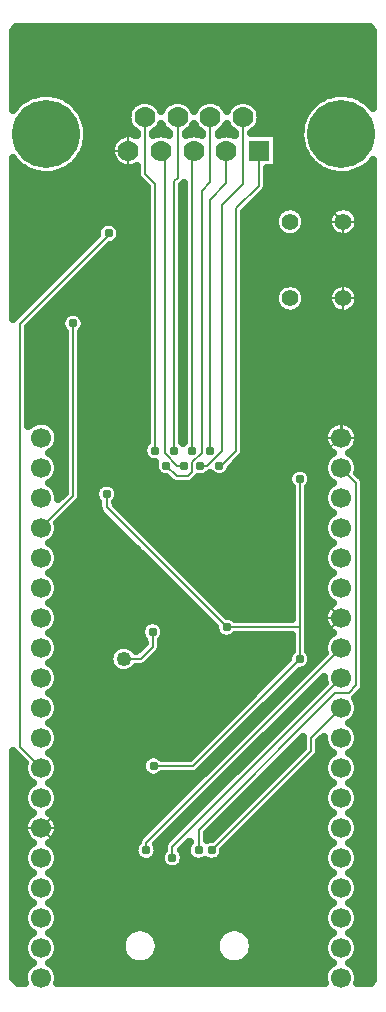
<source format=gbr>
G04 DipTrace 3.3.1.3*
G04 Bottom.gbr*
%MOIN*%
G04 #@! TF.FileFunction,Copper,L2,Bot*
G04 #@! TF.Part,Single*
G04 #@! TA.AperFunction,CopperBalancing*
%ADD13C,0.007874*%
%ADD14C,0.025*%
G04 #@! TA.AperFunction,ComponentPad*
%ADD18R,0.07X0.07*%
%ADD19C,0.07*%
%ADD20C,0.22626*%
%ADD21C,0.055118*%
%ADD26C,0.049213*%
G04 #@! TA.AperFunction,ComponentPad*
%ADD29C,0.066929*%
G04 #@! TA.AperFunction,ViaPad*
%ADD34C,0.031*%
%FSLAX26Y26*%
G04*
G70*
G90*
G75*
G01*
G04 Bottom*
%LPD*%
X893702Y1149951D2*
D13*
X1024953D1*
X1381202Y1506200D1*
Y1612451D1*
Y2106200D1*
X1137453Y1612451D2*
X1381202D1*
X737453Y2056200D2*
Y2012451D1*
X1137453Y1612451D1*
X961357Y2200804D2*
Y3098855D1*
X973729Y3111226D1*
Y3312277D1*
X1112453Y2151229D2*
X1119982D1*
X1168628Y2199875D1*
Y3008973D1*
X1243702Y3084048D1*
Y3200283D1*
X1245736D1*
X1191734Y3312277D2*
Y3088501D1*
X1121891Y3018658D1*
Y2200552D1*
X1072568Y2151229D1*
X1049953D1*
X993702D2*
X972135D1*
X931202Y2192162D1*
Y3200283D1*
X918729D1*
X1518702Y2243700D2*
X1514024D1*
X1462452Y2192128D1*
Y1699951D1*
X1518702Y1643700D1*
X1099953Y799949D2*
X662453D1*
X518702Y943700D1*
X809726Y3200283D2*
Y3373941D1*
X840969Y3405184D1*
X1294156D1*
X1342544Y3356797D1*
Y3147880D1*
X1526036Y2964388D1*
Y2708482D1*
Y2498108D1*
X1521187Y2493259D1*
Y2246184D1*
X1518702Y2243700D1*
Y1643700D2*
Y1642330D1*
X1435079Y1558707D1*
Y1504183D1*
X953449Y1022553D1*
X597555D1*
X518702Y943700D1*
X743702Y2924951D2*
Y2919533D1*
X448751Y2624582D1*
Y1213651D1*
X518702Y1143700D1*
X956202Y843700D2*
Y881200D1*
X1518702Y1443700D1*
X868702Y868700D2*
Y893700D1*
X1518702Y1543700D1*
X1043702Y868700D2*
Y937449D1*
X1499953Y1393700D1*
X1543702D1*
X1568702Y1418700D1*
Y2093700D1*
X1518702Y2143700D1*
X518702Y1943700D2*
X624952Y2049949D1*
Y2624949D1*
X1087453Y868700D2*
X1418702Y1199949D1*
Y1243700D1*
X1518702Y1343700D1*
X794196Y1506776D2*
X850528D1*
X890956Y1547204D1*
Y1596763D1*
X897617Y2201229D2*
Y3089785D1*
X864726Y3122676D1*
Y3312277D1*
X1082731D2*
Y3095050D1*
X1053822Y3066141D1*
Y2193553D1*
X1022719Y2162451D1*
Y2131350D1*
X1007516Y2116146D1*
X970412D1*
X935330Y2151229D1*
X1081202Y2201229D2*
Y3038029D1*
X1136734Y3093561D1*
Y3200283D1*
X1021879Y2201229D2*
Y3194431D1*
X1027731Y3200283D1*
D34*
X897617Y2201229D3*
X935330Y2151229D3*
X961357Y2200804D3*
X993702Y2151229D3*
X1021879Y2201229D3*
X1049953Y2151229D3*
X1081202Y2201229D3*
X1112453Y2151229D3*
X890956Y1596763D3*
X1087453Y868700D3*
X1043702D3*
X956202Y843700D3*
X893702Y1149951D3*
X868702Y868700D3*
X1381202Y1506200D3*
Y2106200D3*
X1137453Y1612451D3*
X737453Y2056200D3*
X1099953Y799949D3*
X743702Y2924951D3*
X624952Y2624949D3*
X427471Y3587582D2*
D14*
X1622438D1*
X427471Y3562713D2*
X1622438D1*
X427471Y3537844D2*
X1622438D1*
X427471Y3512976D2*
X1622438D1*
X427471Y3488107D2*
X1622438D1*
X427471Y3463238D2*
X1622438D1*
X427471Y3438369D2*
X1622438D1*
X427471Y3413501D2*
X1622438D1*
X427471Y3388632D2*
X499299D1*
X572156D2*
X1483315D1*
X1556172D2*
X1622438D1*
X427471Y3363763D2*
X448882D1*
X622573D2*
X834457D1*
X895006D2*
X943438D1*
X1004022D2*
X1052454D1*
X1113002D2*
X1161470D1*
X1222019D2*
X1432898D1*
X1606589D2*
X1622438D1*
X647046Y3338894D2*
X810128D1*
X1246312D2*
X1408425D1*
X662046Y3314025D2*
X803740D1*
X1252700D2*
X1393425D1*
X670837Y3289157D2*
X808477D1*
X1247963D2*
X1384634D1*
X674605Y3264288D2*
X828788D1*
X900676D2*
X937768D1*
X1009692D2*
X1046784D1*
X1118672D2*
X1155764D1*
X1227688D2*
X1380830D1*
X673816Y3239419D2*
X763730D1*
X1306741D2*
X1381655D1*
X668326Y3214550D2*
X750488D1*
X1306741D2*
X1387145D1*
X657524Y3189682D2*
X749699D1*
X1306741D2*
X1397947D1*
X639726Y3164813D2*
X760715D1*
X1306741D2*
X1415745D1*
X427471Y3139944D2*
X461585D1*
X609870D2*
X834780D1*
X1273656D2*
X1445601D1*
X1593886D2*
X1622438D1*
X427471Y3115075D2*
X835857D1*
X1273656D2*
X1622438D1*
X427471Y3090207D2*
X855880D1*
X1273656D2*
X1622438D1*
X427471Y3065338D2*
X867686D1*
X1266264D2*
X1622438D1*
X427471Y3040469D2*
X867686D1*
X1241432D2*
X1622438D1*
X427471Y3015600D2*
X867686D1*
X1216564D2*
X1520132D1*
X1532148D2*
X1622438D1*
X427471Y2990731D2*
X867686D1*
X1198550D2*
X1302638D1*
X1395124D2*
X1479798D1*
X1572284D2*
X1622438D1*
X427471Y2965863D2*
X867686D1*
X1198550D2*
X1295318D1*
X1402408D2*
X1472514D1*
X1579569D2*
X1622438D1*
X427471Y2940994D2*
X705669D1*
X781755D2*
X867686D1*
X1198550D2*
X1300988D1*
X1396739D2*
X1478148D1*
X1573935D2*
X1622438D1*
X427471Y2916125D2*
X698994D1*
X784196D2*
X867686D1*
X1198550D2*
X1329695D1*
X1368031D2*
X1506102D1*
X1546196D2*
X1622438D1*
X427471Y2891256D2*
X674127D1*
X765859D2*
X867686D1*
X1198550D2*
X1622438D1*
X427471Y2866388D2*
X649259D1*
X731841D2*
X867686D1*
X1198550D2*
X1622438D1*
X427471Y2841519D2*
X624391D1*
X706973D2*
X867686D1*
X1198550D2*
X1622438D1*
X427471Y2816650D2*
X599523D1*
X682105D2*
X867686D1*
X1198550D2*
X1622438D1*
X427471Y2791781D2*
X574656D1*
X657237D2*
X867686D1*
X1198550D2*
X1622438D1*
X427471Y2766913D2*
X549788D1*
X632370D2*
X867686D1*
X1198550D2*
X1622438D1*
X427471Y2742044D2*
X524920D1*
X607502D2*
X867686D1*
X1198550D2*
X1307877D1*
X1389849D2*
X1485073D1*
X1567009D2*
X1622438D1*
X427471Y2717175D2*
X500053D1*
X582634D2*
X867686D1*
X1198550D2*
X1296071D1*
X1401691D2*
X1473232D1*
X1578851D2*
X1622438D1*
X427471Y2692306D2*
X475185D1*
X557766D2*
X867686D1*
X1198550D2*
X1297937D1*
X1399789D2*
X1475098D1*
X1576949D2*
X1622438D1*
X427471Y2667438D2*
X450317D1*
X532899D2*
X867686D1*
X1198550D2*
X1315987D1*
X1381739D2*
X1493147D1*
X1558971D2*
X1622438D1*
X508031Y2642569D2*
X587646D1*
X662261D2*
X867686D1*
X1198550D2*
X1622438D1*
X483163Y2617700D2*
X584129D1*
X665778D2*
X867686D1*
X1198550D2*
X1622438D1*
X478678Y2592831D2*
X595002D1*
X654905D2*
X867686D1*
X1198550D2*
X1622438D1*
X478678Y2567962D2*
X595002D1*
X654905D2*
X867686D1*
X1198550D2*
X1622438D1*
X478678Y2543094D2*
X595002D1*
X654905D2*
X867686D1*
X1198550D2*
X1622438D1*
X478678Y2518225D2*
X595002D1*
X654905D2*
X867686D1*
X1198550D2*
X1622438D1*
X478678Y2493356D2*
X595002D1*
X654905D2*
X867686D1*
X1198550D2*
X1622438D1*
X478678Y2468487D2*
X595002D1*
X654905D2*
X867686D1*
X1198550D2*
X1622438D1*
X478678Y2443619D2*
X595002D1*
X654905D2*
X867686D1*
X1198550D2*
X1622438D1*
X478678Y2418750D2*
X595002D1*
X654905D2*
X867686D1*
X1198550D2*
X1622438D1*
X478678Y2393881D2*
X595002D1*
X654905D2*
X867686D1*
X1198550D2*
X1622438D1*
X478678Y2369012D2*
X595002D1*
X654905D2*
X867686D1*
X1198550D2*
X1622438D1*
X478678Y2344144D2*
X595002D1*
X654905D2*
X867686D1*
X1198550D2*
X1622438D1*
X478678Y2319275D2*
X595002D1*
X654905D2*
X867686D1*
X1198550D2*
X1622438D1*
X478678Y2294406D2*
X490256D1*
X547145D2*
X595002D1*
X654905D2*
X867686D1*
X1198550D2*
X1490241D1*
X1547165D2*
X1622438D1*
X571977Y2269537D2*
X595002D1*
X654905D2*
X867686D1*
X1198550D2*
X1465445D1*
X1571961D2*
X1622438D1*
X578149Y2244669D2*
X595002D1*
X654905D2*
X867686D1*
X1198550D2*
X1459237D1*
X1578169D2*
X1622438D1*
X572910Y2219800D2*
X595002D1*
X654905D2*
X860832D1*
X1198550D2*
X1464512D1*
X1572894D2*
X1622438D1*
X550625Y2194931D2*
X595002D1*
X654905D2*
X856634D1*
X1198120D2*
X1486760D1*
X1550646D2*
X1622438D1*
X571689Y2170062D2*
X595002D1*
X654905D2*
X871669D1*
X1180106D2*
X1465696D1*
X1571710D2*
X1622438D1*
X578149Y2145193D2*
X595002D1*
X654905D2*
X894312D1*
X1155238D2*
X1459273D1*
X1578133D2*
X1622438D1*
X573161Y2120325D2*
X595002D1*
X654905D2*
X909025D1*
X1076257D2*
X1086149D1*
X1138731D2*
X1342362D1*
X1420063D2*
X1464261D1*
X1583372D2*
X1622438D1*
X551487Y2095456D2*
X595002D1*
X654905D2*
X949897D1*
X1028029D2*
X1341214D1*
X1421176D2*
X1485899D1*
X1598587D2*
X1622438D1*
X571438Y2070587D2*
X595002D1*
X654905D2*
X698707D1*
X776193D2*
X1351261D1*
X1411128D2*
X1465983D1*
X1598623D2*
X1622438D1*
X654546Y2045718D2*
X697380D1*
X777521D2*
X1351261D1*
X1411128D2*
X1459273D1*
X1598623D2*
X1622438D1*
X637142Y2020850D2*
X707499D1*
X770344D2*
X1351261D1*
X1411128D2*
X1464009D1*
X1598623D2*
X1622438D1*
X612274Y1995981D2*
X713025D1*
X795212D2*
X1351261D1*
X1411128D2*
X1485109D1*
X1598623D2*
X1622438D1*
X587407Y1971112D2*
X737498D1*
X820080D2*
X1351261D1*
X1411128D2*
X1466270D1*
X1598623D2*
X1622438D1*
X578113Y1946243D2*
X762366D1*
X844948D2*
X1351261D1*
X1411128D2*
X1459309D1*
X1598623D2*
X1622438D1*
X573627Y1921375D2*
X787234D1*
X869815D2*
X1351261D1*
X1411128D2*
X1463794D1*
X1598623D2*
X1622438D1*
X553101Y1896506D2*
X812101D1*
X894683D2*
X1351261D1*
X1411128D2*
X1484284D1*
X1598623D2*
X1622438D1*
X570828Y1871637D2*
X836969D1*
X919551D2*
X1351261D1*
X1411128D2*
X1466557D1*
X1598623D2*
X1622438D1*
X578077Y1846768D2*
X861837D1*
X944454D2*
X1351261D1*
X1411128D2*
X1459309D1*
X1598623D2*
X1622438D1*
X573843Y1821899D2*
X886705D1*
X969322D2*
X1351261D1*
X1411128D2*
X1463579D1*
X1598623D2*
X1622438D1*
X553855Y1797031D2*
X911572D1*
X994190D2*
X1351261D1*
X1411128D2*
X1483530D1*
X1598623D2*
X1622438D1*
X570541Y1772162D2*
X936440D1*
X1019058D2*
X1351261D1*
X1411128D2*
X1466844D1*
X1598623D2*
X1622438D1*
X578041Y1747293D2*
X961308D1*
X1043925D2*
X1351261D1*
X1411128D2*
X1459344D1*
X1598623D2*
X1622438D1*
X574058Y1722424D2*
X986176D1*
X1068793D2*
X1351261D1*
X1411128D2*
X1463363D1*
X1598623D2*
X1622438D1*
X554609Y1697556D2*
X1011043D1*
X1093661D2*
X1351261D1*
X1411128D2*
X1482813D1*
X1598623D2*
X1622438D1*
X570254Y1672687D2*
X1035911D1*
X1118529D2*
X1351261D1*
X1411128D2*
X1467167D1*
X1598623D2*
X1622438D1*
X578005Y1647818D2*
X1060779D1*
X1156386D2*
X1351261D1*
X1411128D2*
X1459380D1*
X1598623D2*
X1622438D1*
X574237Y1622949D2*
X859540D1*
X922350D2*
X1085647D1*
X1411128D2*
X1463148D1*
X1598623D2*
X1622438D1*
X555326Y1598081D2*
X849493D1*
X932433D2*
X1098708D1*
X1411128D2*
X1482095D1*
X1598623D2*
X1622438D1*
X569931Y1573212D2*
X857387D1*
X924539D2*
X1351261D1*
X1411128D2*
X1467490D1*
X1598623D2*
X1622438D1*
X577969Y1548343D2*
X767497D1*
X820905D2*
X850785D1*
X920878D2*
X1351261D1*
X1411128D2*
X1459416D1*
X1598623D2*
X1622438D1*
X574453Y1523474D2*
X746577D1*
X908534D2*
X1343726D1*
X1418664D2*
X1457191D1*
X1598623D2*
X1622438D1*
X556008Y1498606D2*
X744280D1*
X883667D2*
X1332314D1*
X1421965D2*
X1432296D1*
X1598623D2*
X1622438D1*
X569608Y1473737D2*
X756732D1*
X831670D2*
X1307447D1*
X1598623D2*
X1622438D1*
X577933Y1448868D2*
X1282579D1*
X1365161D2*
X1382552D1*
X1598623D2*
X1622438D1*
X574668Y1423999D2*
X1257711D1*
X1340293D2*
X1357685D1*
X1440302D2*
X1457694D1*
X1598623D2*
X1622438D1*
X556690Y1399130D2*
X1232843D1*
X1315425D2*
X1332817D1*
X1415434D2*
X1432826D1*
X1590442D2*
X1622438D1*
X569285Y1374262D2*
X1207976D1*
X1290557D2*
X1307949D1*
X1390567D2*
X1407958D1*
X1569270D2*
X1622438D1*
X577897Y1349393D2*
X1183108D1*
X1265690D2*
X1283081D1*
X1365699D2*
X1383091D1*
X1577882D2*
X1622438D1*
X574847Y1324524D2*
X1158240D1*
X1240822D2*
X1258214D1*
X1340831D2*
X1358223D1*
X1574832D2*
X1622438D1*
X557336Y1299655D2*
X1133373D1*
X1215954D2*
X1233346D1*
X1315963D2*
X1333355D1*
X1557320D2*
X1622438D1*
X568926Y1274787D2*
X1108505D1*
X1191086D2*
X1208478D1*
X1291096D2*
X1308487D1*
X1568947D2*
X1622438D1*
X577826Y1249918D2*
X1083601D1*
X1166219D2*
X1183610D1*
X1266228D2*
X1283620D1*
X1577810D2*
X1622438D1*
X575027Y1225049D2*
X1058733D1*
X1141351D2*
X1158743D1*
X1241360D2*
X1258752D1*
X1372589D2*
X1388760D1*
X1448627D2*
X1462395D1*
X1575011D2*
X1622438D1*
X557946Y1200180D2*
X1033866D1*
X1116483D2*
X1133875D1*
X1216492D2*
X1233884D1*
X1347721D2*
X1377636D1*
X1448627D2*
X1479440D1*
X1557966D2*
X1622438D1*
X427471Y1175312D2*
X445796D1*
X568603D2*
X861586D1*
X1091615D2*
X1109007D1*
X1191625D2*
X1209016D1*
X1322853D2*
X1352768D1*
X1435350D2*
X1468818D1*
X1568588D2*
X1622438D1*
X427471Y1150443D2*
X459647D1*
X577754D2*
X852220D1*
X1066748D2*
X1084139D1*
X1166757D2*
X1184149D1*
X1297985D2*
X1327901D1*
X1410482D2*
X1459632D1*
X1577774D2*
X1622438D1*
X427471Y1125574D2*
X462195D1*
X575206D2*
X860760D1*
X1040050D2*
X1059272D1*
X1141889D2*
X1159281D1*
X1273118D2*
X1303033D1*
X1385615D2*
X1462215D1*
X1575191D2*
X1622438D1*
X427471Y1100705D2*
X478845D1*
X558556D2*
X1034404D1*
X1117021D2*
X1134413D1*
X1248250D2*
X1278165D1*
X1360747D2*
X1478830D1*
X1558576D2*
X1622438D1*
X427471Y1075836D2*
X469156D1*
X568245D2*
X1009536D1*
X1092154D2*
X1109545D1*
X1223382D2*
X1253297D1*
X1335879D2*
X1469177D1*
X1568229D2*
X1622438D1*
X427471Y1050968D2*
X459719D1*
X577718D2*
X984668D1*
X1067286D2*
X1084678D1*
X1198514D2*
X1228430D1*
X1311011D2*
X1459703D1*
X1577703D2*
X1622438D1*
X427471Y1026099D2*
X462015D1*
X575386D2*
X959801D1*
X1042418D2*
X1059810D1*
X1173647D2*
X1203562D1*
X1286144D2*
X1462036D1*
X1575370D2*
X1622438D1*
X427471Y1001230D2*
X478235D1*
X559166D2*
X934933D1*
X1017550D2*
X1034942D1*
X1148779D2*
X1178694D1*
X1261276D2*
X1478255D1*
X1559150D2*
X1622438D1*
X427471Y976361D2*
X469515D1*
X567886D2*
X910065D1*
X992683D2*
X1010074D1*
X1123911D2*
X1153827D1*
X1236408D2*
X1469536D1*
X1567870D2*
X1622438D1*
X427471Y951493D2*
X459790D1*
X577646D2*
X885197D1*
X967779D2*
X985207D1*
X1099043D2*
X1128959D1*
X1211540D2*
X1459775D1*
X1577631D2*
X1622438D1*
X427471Y926624D2*
X461872D1*
X575565D2*
X860330D1*
X942911D2*
X960339D1*
X1074176D2*
X1104091D1*
X1186673D2*
X1461856D1*
X1575550D2*
X1622438D1*
X427471Y901755D2*
X477661D1*
X559740D2*
X839983D1*
X918044D2*
X935471D1*
X1161805D2*
X1477645D1*
X1559761D2*
X1622438D1*
X427471Y876886D2*
X469910D1*
X567491D2*
X828070D1*
X909324D2*
X926249D1*
X993185D2*
X1003077D1*
X1136937D2*
X1469894D1*
X1567512D2*
X1622438D1*
X427471Y852018D2*
X459862D1*
X577539D2*
X830941D1*
X906453D2*
X915617D1*
X996809D2*
X1005948D1*
X1125203D2*
X1459847D1*
X1577559D2*
X1622438D1*
X427471Y827149D2*
X461692D1*
X575708D2*
X918390D1*
X994010D2*
X1461713D1*
X1575693D2*
X1622438D1*
X427471Y802280D2*
X477087D1*
X560314D2*
X1477107D1*
X1560299D2*
X1622438D1*
X427471Y777411D2*
X470269D1*
X567132D2*
X1470289D1*
X1567117D2*
X1622438D1*
X427471Y752543D2*
X459934D1*
X577467D2*
X1459919D1*
X1577487D2*
X1622438D1*
X427471Y727674D2*
X461549D1*
X575852D2*
X1461533D1*
X1575873D2*
X1622438D1*
X427471Y702805D2*
X476548D1*
X560852D2*
X1476533D1*
X1560873D2*
X1622438D1*
X427471Y677936D2*
X470663D1*
X566737D2*
X1470684D1*
X1566722D2*
X1622438D1*
X427471Y653067D2*
X460006D1*
X577395D2*
X1460026D1*
X1577380D2*
X1622438D1*
X427471Y628199D2*
X461405D1*
X576031D2*
X1461390D1*
X1576016D2*
X1622438D1*
X427471Y603330D2*
X476010D1*
X561391D2*
X814183D1*
X882949D2*
X1128636D1*
X1197402D2*
X1475995D1*
X1561375D2*
X1622438D1*
X427471Y578461D2*
X471058D1*
X566343D2*
X791001D1*
X906166D2*
X1105455D1*
X1220619D2*
X1471079D1*
X1566327D2*
X1622438D1*
X427471Y553592D2*
X460113D1*
X577287D2*
X784327D1*
X912840D2*
X1098780D1*
X1227294D2*
X1460098D1*
X1577308D2*
X1622438D1*
X427471Y528724D2*
X461226D1*
X576175D2*
X788131D1*
X909001D2*
X1102584D1*
X1223454D2*
X1461246D1*
X1576160D2*
X1622438D1*
X427471Y503855D2*
X475508D1*
X561929D2*
X805283D1*
X891848D2*
X1119737D1*
X1206301D2*
X1475492D1*
X1561914D2*
X1622438D1*
X427471Y478986D2*
X471489D1*
X565912D2*
X1471473D1*
X1565933D2*
X1622438D1*
X427471Y454117D2*
X460185D1*
X577216D2*
X1460206D1*
X1577200D2*
X1622438D1*
X440820Y429249D2*
X461118D1*
X576319D2*
X1461103D1*
X1576303D2*
X1618634D1*
X1219137Y3258783D2*
X1304236D1*
Y3141783D1*
X1271115D1*
X1271055Y3081895D1*
X1270381Y3077643D1*
X1269051Y3073548D1*
X1267096Y3069712D1*
X1264566Y3066229D1*
X1196040Y2997583D1*
X1195980Y2197722D1*
X1195307Y2193469D1*
X1193976Y2189375D1*
X1192021Y2185539D1*
X1189491Y2182056D1*
X1150602Y2143047D1*
X1148484Y2136304D1*
X1145706Y2130851D1*
X1142109Y2125900D1*
X1137781Y2121573D1*
X1132830Y2117976D1*
X1127378Y2115198D1*
X1121557Y2113306D1*
X1115513Y2112349D1*
X1109393D1*
X1103349Y2113306D1*
X1097528Y2115198D1*
X1092076Y2117976D1*
X1087124Y2121573D1*
X1082886Y2125804D1*
X1078965Y2124548D1*
X1072877Y2119677D1*
X1067659Y2116480D1*
X1062005Y2114138D1*
X1056054Y2112709D1*
X1049953Y2112229D1*
X1042996Y2112879D1*
X1025335Y2095283D1*
X1021852Y2092752D1*
X1018016Y2090798D1*
X1013921Y2089467D1*
X1009669Y2088794D1*
X970412Y2088709D1*
X966120Y2089047D1*
X961934Y2090052D1*
X957956Y2091700D1*
X954285Y2093949D1*
X951011Y2096745D1*
X935330Y2112229D1*
X929229Y2112709D1*
X923278Y2114138D1*
X917624Y2116480D1*
X912406Y2119677D1*
X907752Y2123652D1*
X903778Y2128305D1*
X900580Y2133523D1*
X898238Y2139177D1*
X896810Y2145128D1*
X896330Y2151229D1*
X896810Y2157330D1*
X897943Y2162233D1*
X891516Y2162709D1*
X885565Y2164138D1*
X879911Y2166480D1*
X874693Y2169677D1*
X870040Y2173652D1*
X866065Y2178305D1*
X862868Y2183523D1*
X860526Y2189177D1*
X859097Y2195128D1*
X858617Y2201229D1*
X859097Y2207330D1*
X860526Y2213281D1*
X862868Y2218935D1*
X866065Y2224152D1*
X870172Y2228928D1*
X870180Y3078418D1*
X843863Y3104857D1*
X841332Y3108341D1*
X839377Y3112177D1*
X838047Y3116271D1*
X837373Y3120524D1*
X837289Y3148692D1*
X831281Y3145899D1*
X824297Y3143626D1*
X817084Y3142247D1*
X809754Y3141783D1*
X802424Y3142240D1*
X795209Y3143612D1*
X788223Y3145878D1*
X781576Y3149001D1*
X775372Y3152932D1*
X769710Y3157610D1*
X764679Y3162960D1*
X760357Y3168898D1*
X756814Y3175331D1*
X754105Y3182157D1*
X752272Y3189269D1*
X751345Y3196555D1*
X751338Y3203899D1*
X752251Y3211186D1*
X754070Y3218301D1*
X756766Y3225133D1*
X760297Y3231573D1*
X764607Y3237519D1*
X769628Y3242879D1*
X775281Y3247567D1*
X781477Y3251510D1*
X788119Y3254646D1*
X795100Y3256925D1*
X802313Y3258311D1*
X809642Y3258783D1*
X816972Y3258332D1*
X824188Y3256967D1*
X831177Y3254708D1*
X837287Y3251876D1*
X837289Y3260579D1*
X830340Y3264950D1*
X823360Y3270912D1*
X817398Y3277892D1*
X812602Y3285719D1*
X809089Y3294200D1*
X806946Y3303126D1*
X806226Y3312277D1*
X806946Y3321429D1*
X809089Y3330355D1*
X812602Y3338836D1*
X817398Y3346663D1*
X823360Y3353643D1*
X830340Y3359605D1*
X838167Y3364401D1*
X846648Y3367914D1*
X855575Y3370057D1*
X864726Y3370777D1*
X873877Y3370057D1*
X882803Y3367914D1*
X891284Y3364401D1*
X899111Y3359605D1*
X906092Y3353643D1*
X912053Y3346663D1*
X916850Y3338836D1*
X919214Y3333469D1*
X921605Y3338836D1*
X926401Y3346663D1*
X932363Y3353643D1*
X939343Y3359605D1*
X947170Y3364401D1*
X955651Y3367914D1*
X964577Y3370057D1*
X973729Y3370777D1*
X982880Y3370057D1*
X991806Y3367914D1*
X1000287Y3364401D1*
X1008114Y3359605D1*
X1015094Y3353643D1*
X1021056Y3346663D1*
X1025852Y3338836D1*
X1028216Y3333469D1*
X1030607Y3338836D1*
X1035404Y3346663D1*
X1041365Y3353643D1*
X1048346Y3359605D1*
X1056173Y3364401D1*
X1064654Y3367914D1*
X1073580Y3370057D1*
X1082731Y3370777D1*
X1091883Y3370057D1*
X1100809Y3367914D1*
X1109290Y3364401D1*
X1117117Y3359605D1*
X1124097Y3353643D1*
X1130059Y3346663D1*
X1134855Y3338836D1*
X1137219Y3333469D1*
X1139610Y3338836D1*
X1144406Y3346663D1*
X1150368Y3353643D1*
X1157348Y3359605D1*
X1165175Y3364401D1*
X1173656Y3367914D1*
X1182582Y3370057D1*
X1191734Y3370777D1*
X1200885Y3370057D1*
X1209811Y3367914D1*
X1218292Y3364401D1*
X1226119Y3359605D1*
X1233100Y3353643D1*
X1239061Y3346663D1*
X1243858Y3338836D1*
X1247371Y3330355D1*
X1249514Y3321429D1*
X1250234Y3312277D1*
X1249514Y3303126D1*
X1247371Y3294200D1*
X1243858Y3285719D1*
X1239061Y3277892D1*
X1233100Y3270912D1*
X1226119Y3264950D1*
X1219185Y3260653D1*
X1110160Y3252398D2*
X1118656Y3255919D1*
X1127582Y3258062D1*
X1136734Y3258783D1*
X1145885Y3258062D1*
X1154811Y3255919D1*
X1163292Y3252407D1*
X1164310Y3251837D1*
X1164297Y3260637D1*
X1157348Y3264950D1*
X1150368Y3270912D1*
X1144406Y3277892D1*
X1139610Y3285719D1*
X1137246Y3291086D1*
X1134855Y3285719D1*
X1130059Y3277892D1*
X1124097Y3270912D1*
X1117117Y3264950D1*
X1110182Y3260653D1*
X1110168Y3252387D1*
X1001157Y3252398D2*
X1009654Y3255919D1*
X1018580Y3258062D1*
X1027731Y3258783D1*
X1036883Y3258062D1*
X1045809Y3255919D1*
X1054290Y3252407D1*
X1055307Y3251837D1*
X1055294Y3260584D1*
X1048346Y3264950D1*
X1041365Y3270912D1*
X1035404Y3277892D1*
X1030607Y3285719D1*
X1028243Y3291086D1*
X1025852Y3285719D1*
X1021056Y3277892D1*
X1015094Y3270912D1*
X1008114Y3264950D1*
X1001179Y3260653D1*
X1001166Y3252387D1*
X892154Y3252398D2*
X900651Y3255919D1*
X909577Y3258062D1*
X918729Y3258783D1*
X927880Y3258062D1*
X936806Y3255919D1*
X945287Y3252407D1*
X946305Y3251837D1*
X946291Y3260612D1*
X939343Y3264950D1*
X932363Y3270912D1*
X926401Y3277892D1*
X921605Y3285719D1*
X919241Y3291086D1*
X916850Y3285719D1*
X912053Y3277892D1*
X906092Y3270912D1*
X899111Y3264950D1*
X892177Y3260653D1*
X892163Y3252387D1*
X1624933Y3169190D2*
X1620674Y3164194D1*
X1614259Y3157621D1*
X1607417Y3151493D1*
X1600179Y3145839D1*
X1592577Y3140684D1*
X1584646Y3136052D1*
X1576422Y3131963D1*
X1567942Y3128436D1*
X1559244Y3125486D1*
X1550367Y3123127D1*
X1541352Y3121370D1*
X1532240Y3120223D1*
X1523070Y3119691D1*
X1513886Y3119776D1*
X1504728Y3120477D1*
X1495638Y3121793D1*
X1486657Y3123716D1*
X1477826Y3126238D1*
X1469184Y3129347D1*
X1460770Y3133031D1*
X1452623Y3137271D1*
X1444779Y3142049D1*
X1437274Y3147343D1*
X1430141Y3153130D1*
X1423413Y3159383D1*
X1417121Y3166073D1*
X1411292Y3173171D1*
X1405954Y3180645D1*
X1401129Y3188461D1*
X1396841Y3196583D1*
X1393108Y3204974D1*
X1389947Y3213598D1*
X1387373Y3222414D1*
X1385397Y3231384D1*
X1384027Y3240466D1*
X1383272Y3249619D1*
X1383132Y3258803D1*
X1383611Y3267975D1*
X1384704Y3277094D1*
X1386407Y3286120D1*
X1388713Y3295010D1*
X1391612Y3303725D1*
X1395089Y3312226D1*
X1399129Y3320475D1*
X1403714Y3328433D1*
X1408824Y3336065D1*
X1414435Y3343336D1*
X1420522Y3350214D1*
X1427057Y3356668D1*
X1434011Y3362668D1*
X1441352Y3368187D1*
X1449048Y3373201D1*
X1457063Y3377686D1*
X1465361Y3381623D1*
X1473905Y3384993D1*
X1482656Y3387781D1*
X1491575Y3389976D1*
X1500621Y3391566D1*
X1509753Y3392545D1*
X1518930Y3392908D1*
X1528111Y3392653D1*
X1537255Y3391783D1*
X1546319Y3390300D1*
X1555263Y3388211D1*
X1564046Y3385526D1*
X1572630Y3382258D1*
X1580974Y3378419D1*
X1589041Y3374029D1*
X1596796Y3369107D1*
X1604202Y3363675D1*
X1611226Y3357758D1*
X1617837Y3351382D1*
X1624962Y3343367D1*
X1624952Y3601004D1*
X1613530Y3612445D1*
X436354Y3612451D1*
X424959Y3601028D1*
X424953Y3336243D1*
X430419Y3343336D1*
X436506Y3350214D1*
X443041Y3356668D1*
X449995Y3362668D1*
X457336Y3368187D1*
X465032Y3373201D1*
X473047Y3377686D1*
X481345Y3381623D1*
X489889Y3384993D1*
X498640Y3387781D1*
X507559Y3389976D1*
X516605Y3391566D1*
X525737Y3392545D1*
X534915Y3392908D1*
X544096Y3392653D1*
X553239Y3391783D1*
X562303Y3390300D1*
X571247Y3388211D1*
X580031Y3385526D1*
X588614Y3382258D1*
X596958Y3378419D1*
X605026Y3374029D1*
X612780Y3369107D1*
X620186Y3363675D1*
X627211Y3357758D1*
X633822Y3351382D1*
X639989Y3344577D1*
X645686Y3337372D1*
X650886Y3329801D1*
X655565Y3321898D1*
X659703Y3313698D1*
X663280Y3305239D1*
X666281Y3296558D1*
X668692Y3287696D1*
X670503Y3278691D1*
X671704Y3269586D1*
X672353Y3256280D1*
X672045Y3247101D1*
X671120Y3237963D1*
X669583Y3228907D1*
X667442Y3219976D1*
X664705Y3211209D1*
X661386Y3202645D1*
X657498Y3194323D1*
X653060Y3186282D1*
X648093Y3178557D1*
X642617Y3171183D1*
X636658Y3164194D1*
X630243Y3157621D1*
X623401Y3151493D1*
X616163Y3145839D1*
X608561Y3140684D1*
X600631Y3136052D1*
X592407Y3131963D1*
X583926Y3128436D1*
X575228Y3125486D1*
X566352Y3123127D1*
X557337Y3121370D1*
X548224Y3120223D1*
X539055Y3119691D1*
X529870Y3119776D1*
X520713Y3120477D1*
X511623Y3121793D1*
X502642Y3123716D1*
X493810Y3126238D1*
X485168Y3129347D1*
X476754Y3133031D1*
X468607Y3137271D1*
X460763Y3142049D1*
X453258Y3147343D1*
X446125Y3153130D1*
X439398Y3159383D1*
X433105Y3166073D1*
X424962Y3176412D1*
X424953Y2638224D1*
X427888Y2642401D1*
X500803Y2715436D1*
X705038Y2919671D1*
X704702Y2924951D1*
X705182Y2931052D1*
X706611Y2937002D1*
X708953Y2942656D1*
X712151Y2947874D1*
X716125Y2952528D1*
X720779Y2956502D1*
X725997Y2959700D1*
X731651Y2962042D1*
X737601Y2963471D1*
X743702Y2963951D1*
X749803Y2963471D1*
X755754Y2962042D1*
X761408Y2959700D1*
X766626Y2956502D1*
X771279Y2952528D1*
X775254Y2947874D1*
X778452Y2942656D1*
X780794Y2937002D1*
X782222Y2931052D1*
X782702Y2924951D1*
X782222Y2918850D1*
X780794Y2912899D1*
X778452Y2907245D1*
X775254Y2902027D1*
X771279Y2897373D1*
X766626Y2893399D1*
X761408Y2890201D1*
X755754Y2887859D1*
X749340Y2886376D1*
X476200Y2613229D1*
X476188Y2281637D1*
X481707Y2287016D1*
X488938Y2292270D1*
X496903Y2296328D1*
X505404Y2299091D1*
X514233Y2300489D1*
X523172D1*
X532000Y2299091D1*
X540502Y2296328D1*
X548466Y2292270D1*
X555698Y2287016D1*
X562019Y2280696D1*
X567273Y2273464D1*
X571331Y2265499D1*
X574093Y2256998D1*
X575491Y2248169D1*
Y2239231D1*
X574093Y2230402D1*
X571331Y2221901D1*
X567273Y2213936D1*
X562019Y2206704D1*
X555698Y2200384D1*
X548466Y2195130D1*
X545951Y2193721D1*
X552185Y2189785D1*
X558982Y2183980D1*
X564788Y2177183D1*
X569458Y2169561D1*
X572879Y2161303D1*
X574966Y2152611D1*
X575667Y2143700D1*
X574966Y2134789D1*
X572879Y2126097D1*
X569458Y2117839D1*
X564788Y2110217D1*
X558982Y2103420D1*
X552185Y2097615D1*
X545951Y2093721D1*
X552185Y2089785D1*
X558982Y2083980D1*
X564788Y2077183D1*
X569458Y2069561D1*
X572879Y2061303D1*
X574966Y2052611D1*
X575667Y2043700D1*
X575493Y2039283D1*
X597524Y2061324D1*
X597374Y2597372D1*
X593400Y2602026D1*
X590202Y2607244D1*
X587860Y2612898D1*
X586432Y2618848D1*
X585952Y2624949D1*
X586432Y2631050D1*
X587860Y2637001D1*
X590202Y2642655D1*
X593400Y2647873D1*
X597374Y2652527D1*
X602028Y2656501D1*
X607246Y2659699D1*
X612900Y2662041D1*
X618851Y2663469D1*
X624952Y2663949D1*
X631053Y2663469D1*
X637003Y2662041D1*
X642657Y2659699D1*
X647875Y2656501D1*
X652529Y2652527D1*
X656503Y2647873D1*
X659701Y2642655D1*
X662043Y2637001D1*
X663471Y2631050D1*
X663952Y2624949D1*
X663471Y2618848D1*
X662043Y2612898D1*
X659701Y2607244D1*
X656503Y2602026D1*
X652397Y2597250D1*
X652304Y2047797D1*
X651631Y2043544D1*
X650300Y2039450D1*
X648346Y2035613D1*
X645815Y2032130D1*
X573382Y1959577D1*
X574966Y1952611D1*
X575667Y1943700D1*
X574966Y1934789D1*
X572879Y1926097D1*
X569458Y1917839D1*
X564788Y1910217D1*
X558982Y1903420D1*
X552185Y1897615D1*
X545951Y1893721D1*
X552185Y1889785D1*
X558982Y1883980D1*
X564788Y1877183D1*
X569458Y1869561D1*
X572879Y1861303D1*
X574966Y1852611D1*
X575667Y1843700D1*
X574966Y1834789D1*
X572879Y1826097D1*
X569458Y1817839D1*
X564788Y1810217D1*
X558982Y1803420D1*
X552185Y1797615D1*
X545951Y1793721D1*
X552185Y1789785D1*
X558982Y1783980D1*
X564788Y1777183D1*
X569458Y1769561D1*
X572879Y1761303D1*
X574966Y1752611D1*
X575667Y1743700D1*
X574966Y1734789D1*
X572879Y1726097D1*
X569458Y1717839D1*
X564788Y1710217D1*
X558982Y1703420D1*
X552185Y1697615D1*
X545951Y1693721D1*
X552185Y1689785D1*
X558982Y1683980D1*
X564788Y1677183D1*
X569458Y1669561D1*
X572879Y1661303D1*
X574966Y1652611D1*
X575667Y1643700D1*
X574966Y1634789D1*
X572879Y1626097D1*
X569458Y1617839D1*
X564788Y1610217D1*
X558982Y1603420D1*
X552185Y1597615D1*
X545951Y1593721D1*
X552185Y1589785D1*
X558982Y1583980D1*
X564788Y1577183D1*
X569458Y1569561D1*
X572879Y1561303D1*
X574966Y1552611D1*
X575667Y1543700D1*
X574966Y1534789D1*
X572879Y1526097D1*
X569458Y1517839D1*
X564788Y1510217D1*
X558982Y1503420D1*
X552185Y1497615D1*
X545951Y1493721D1*
X552185Y1489785D1*
X558982Y1483980D1*
X564788Y1477183D1*
X569458Y1469561D1*
X572879Y1461303D1*
X574966Y1452611D1*
X575667Y1443700D1*
X574966Y1434789D1*
X572879Y1426097D1*
X569458Y1417839D1*
X564788Y1410217D1*
X558982Y1403420D1*
X552185Y1397615D1*
X545951Y1393721D1*
X552185Y1389785D1*
X558982Y1383980D1*
X564788Y1377183D1*
X569458Y1369561D1*
X572879Y1361303D1*
X574966Y1352611D1*
X575667Y1343700D1*
X574966Y1334789D1*
X572879Y1326097D1*
X569458Y1317839D1*
X564788Y1310217D1*
X558982Y1303420D1*
X552185Y1297615D1*
X545951Y1293721D1*
X552185Y1289785D1*
X558982Y1283980D1*
X564788Y1277183D1*
X569458Y1269561D1*
X572879Y1261303D1*
X574966Y1252611D1*
X575667Y1243700D1*
X574966Y1234789D1*
X572879Y1226097D1*
X569458Y1217839D1*
X564788Y1210217D1*
X558982Y1203420D1*
X552185Y1197615D1*
X545951Y1193721D1*
X552185Y1189785D1*
X558982Y1183980D1*
X564788Y1177183D1*
X569458Y1169561D1*
X572879Y1161303D1*
X574966Y1152611D1*
X575667Y1143700D1*
X574966Y1134789D1*
X572879Y1126097D1*
X569458Y1117839D1*
X564788Y1110217D1*
X558982Y1103420D1*
X552185Y1097615D1*
X545951Y1093721D1*
X552185Y1089785D1*
X558982Y1083980D1*
X564788Y1077183D1*
X569458Y1069561D1*
X572879Y1061303D1*
X574966Y1052611D1*
X575667Y1043700D1*
X574966Y1034789D1*
X572879Y1026097D1*
X569458Y1017839D1*
X564788Y1010217D1*
X558982Y1003420D1*
X552185Y997615D1*
X545951Y993721D1*
X551304Y990413D1*
X557043Y985830D1*
X562145Y980547D1*
X566524Y974652D1*
X570109Y968242D1*
X572839Y961425D1*
X574670Y954312D1*
X575570Y947024D1*
X575548Y940028D1*
X574604Y932745D1*
X572730Y925644D1*
X569958Y918843D1*
X566334Y912456D1*
X561918Y906587D1*
X556784Y901336D1*
X551018Y896789D1*
X545986Y893700D1*
X552185Y889785D1*
X558982Y883980D1*
X564788Y877183D1*
X569458Y869561D1*
X572879Y861303D1*
X574966Y852611D1*
X575667Y843700D1*
X574966Y834789D1*
X572879Y826097D1*
X569458Y817839D1*
X564788Y810217D1*
X558982Y803420D1*
X552185Y797615D1*
X545951Y793721D1*
X552185Y789785D1*
X558982Y783980D1*
X564788Y777183D1*
X569458Y769561D1*
X572879Y761303D1*
X574966Y752611D1*
X575667Y743700D1*
X574966Y734789D1*
X572879Y726097D1*
X569458Y717839D1*
X564788Y710217D1*
X558982Y703420D1*
X552185Y697615D1*
X545951Y693721D1*
X552185Y689785D1*
X558982Y683980D1*
X564788Y677183D1*
X569458Y669561D1*
X572879Y661303D1*
X574966Y652611D1*
X575667Y643700D1*
X574966Y634789D1*
X572879Y626097D1*
X569458Y617839D1*
X564788Y610217D1*
X558982Y603420D1*
X552185Y597615D1*
X545951Y593721D1*
X552185Y589785D1*
X558982Y583980D1*
X564788Y577183D1*
X569458Y569561D1*
X572879Y561303D1*
X574966Y552611D1*
X575667Y543700D1*
X574966Y534789D1*
X572879Y526097D1*
X569458Y517839D1*
X564788Y510217D1*
X558982Y503420D1*
X552185Y497615D1*
X545951Y493721D1*
X552185Y489785D1*
X558982Y483980D1*
X564788Y477183D1*
X569458Y469561D1*
X572879Y461303D1*
X574966Y452611D1*
X575667Y443700D1*
X574966Y434789D1*
X572879Y426097D1*
X572449Y424933D1*
X1464925Y424949D1*
X1463312Y430402D1*
X1461913Y439231D1*
Y448169D1*
X1463312Y456998D1*
X1466074Y465499D1*
X1470132Y473464D1*
X1475386Y480696D1*
X1481707Y487016D1*
X1488938Y492270D1*
X1491454Y493679D1*
X1485219Y497615D1*
X1478422Y503420D1*
X1472617Y510217D1*
X1467947Y517839D1*
X1464526Y526097D1*
X1462439Y534789D1*
X1461738Y543700D1*
X1462439Y552611D1*
X1464526Y561303D1*
X1467947Y569561D1*
X1472617Y577183D1*
X1478422Y583980D1*
X1485219Y589785D1*
X1491454Y593679D1*
X1485219Y597615D1*
X1478422Y603420D1*
X1472617Y610217D1*
X1467947Y617839D1*
X1464526Y626097D1*
X1462439Y634789D1*
X1461738Y643700D1*
X1462439Y652611D1*
X1464526Y661303D1*
X1467947Y669561D1*
X1472617Y677183D1*
X1478422Y683980D1*
X1485219Y689785D1*
X1491454Y693679D1*
X1485219Y697615D1*
X1478422Y703420D1*
X1472617Y710217D1*
X1467947Y717839D1*
X1464526Y726097D1*
X1462439Y734789D1*
X1461738Y743700D1*
X1462439Y752611D1*
X1464526Y761303D1*
X1467947Y769561D1*
X1472617Y777183D1*
X1478422Y783980D1*
X1485219Y789785D1*
X1491454Y793679D1*
X1485219Y797615D1*
X1478422Y803420D1*
X1472617Y810217D1*
X1467947Y817839D1*
X1464526Y826097D1*
X1462439Y834789D1*
X1461738Y843700D1*
X1462439Y852611D1*
X1464526Y861303D1*
X1467947Y869561D1*
X1472617Y877183D1*
X1478422Y883980D1*
X1485219Y889785D1*
X1491454Y893679D1*
X1485219Y897615D1*
X1478422Y903420D1*
X1472617Y910217D1*
X1467947Y917839D1*
X1464526Y926097D1*
X1462439Y934789D1*
X1461738Y943700D1*
X1462439Y952611D1*
X1464526Y961303D1*
X1467947Y969561D1*
X1472617Y977183D1*
X1478422Y983980D1*
X1485219Y989785D1*
X1491454Y993679D1*
X1485219Y997615D1*
X1478422Y1003420D1*
X1472617Y1010217D1*
X1467947Y1017839D1*
X1464526Y1026097D1*
X1462439Y1034789D1*
X1461738Y1043700D1*
X1462439Y1052611D1*
X1464526Y1061303D1*
X1467947Y1069561D1*
X1472617Y1077183D1*
X1478422Y1083980D1*
X1485219Y1089785D1*
X1491454Y1093679D1*
X1485219Y1097615D1*
X1478422Y1103420D1*
X1472617Y1110217D1*
X1467947Y1117839D1*
X1464526Y1126097D1*
X1462439Y1134789D1*
X1461738Y1143700D1*
X1462439Y1152611D1*
X1464526Y1161303D1*
X1467947Y1169561D1*
X1472617Y1177183D1*
X1478422Y1183980D1*
X1485219Y1189785D1*
X1491454Y1193679D1*
X1485219Y1197615D1*
X1478422Y1203420D1*
X1472617Y1210217D1*
X1467947Y1217839D1*
X1464526Y1226097D1*
X1462439Y1234789D1*
X1461738Y1243700D1*
X1461911Y1248117D1*
X1446123Y1232319D1*
X1446055Y1197797D1*
X1445381Y1193544D1*
X1444051Y1189450D1*
X1442096Y1185614D1*
X1439566Y1182130D1*
X1366650Y1109095D1*
X1126453Y868700D1*
X1125973Y862599D1*
X1124544Y856648D1*
X1122202Y850994D1*
X1119005Y845776D1*
X1115030Y841123D1*
X1110377Y837148D1*
X1105159Y833951D1*
X1099505Y831609D1*
X1093554Y830180D1*
X1087453Y829700D1*
X1081352Y830180D1*
X1075401Y831609D1*
X1069747Y833951D1*
X1065613Y836424D1*
X1061408Y833951D1*
X1055754Y831609D1*
X1049803Y830180D1*
X1043702Y829700D1*
X1037601Y830180D1*
X1031651Y831609D1*
X1025997Y833951D1*
X1020779Y837148D1*
X1016125Y841123D1*
X1012151Y845776D1*
X1008953Y850994D1*
X1006611Y856648D1*
X1005182Y862599D1*
X1004702Y868700D1*
X1005182Y874801D1*
X1006611Y880752D1*
X1008953Y886406D1*
X1012151Y891624D1*
X1016257Y896399D1*
X1011949Y898145D1*
X984418Y870614D1*
X987754Y866624D1*
X990952Y861406D1*
X993294Y855752D1*
X994722Y849801D1*
X995202Y843700D1*
X994722Y837599D1*
X993294Y831648D1*
X990952Y825994D1*
X987754Y820776D1*
X983779Y816123D1*
X979126Y812148D1*
X973908Y808951D1*
X968254Y806609D1*
X962303Y805180D1*
X956202Y804700D1*
X950101Y805180D1*
X944151Y806609D1*
X938497Y808951D1*
X933279Y812148D1*
X928625Y816123D1*
X924651Y820776D1*
X921453Y825994D1*
X919111Y831648D1*
X917682Y837599D1*
X917202Y843700D1*
X917682Y849801D1*
X919111Y855752D1*
X921453Y861406D1*
X924651Y866624D1*
X928757Y871399D1*
X928850Y883353D1*
X929523Y887605D1*
X930854Y891700D1*
X932808Y895536D1*
X935339Y899019D1*
X1008254Y972054D1*
X1463996Y1427796D1*
X1462439Y1434789D1*
X1461738Y1443700D1*
X1461911Y1448117D1*
X902308Y888504D1*
X904734Y883625D1*
X906625Y877804D1*
X907582Y871760D1*
Y865640D1*
X906625Y859596D1*
X904734Y853775D1*
X901955Y848323D1*
X898358Y843372D1*
X894031Y839044D1*
X889080Y835447D1*
X883627Y832669D1*
X877807Y830778D1*
X871762Y829820D1*
X865642D1*
X859598Y830778D1*
X853778Y832669D1*
X848325Y835447D1*
X843374Y839044D1*
X839046Y843372D1*
X835449Y848323D1*
X832671Y853775D1*
X830780Y859596D1*
X829823Y865640D1*
Y871760D1*
X830780Y877804D1*
X832671Y883625D1*
X835449Y889077D1*
X839046Y894028D1*
X841415Y896545D1*
X842608Y902179D1*
X844256Y906156D1*
X846505Y909827D1*
X849301Y913101D1*
X1463985Y1527785D1*
X1462439Y1534789D1*
X1461738Y1543700D1*
X1462439Y1552611D1*
X1464526Y1561303D1*
X1467947Y1569561D1*
X1472617Y1577183D1*
X1478422Y1583980D1*
X1485219Y1589785D1*
X1491454Y1593679D1*
X1485493Y1597417D1*
X1479814Y1602074D1*
X1474782Y1607423D1*
X1470480Y1613375D1*
X1466979Y1619831D1*
X1464339Y1626684D1*
X1462601Y1633820D1*
X1461796Y1641119D1*
X1461937Y1648462D1*
X1463022Y1655725D1*
X1465031Y1662789D1*
X1467933Y1669535D1*
X1471679Y1675852D1*
X1476206Y1681635D1*
X1481440Y1686787D1*
X1487293Y1691223D1*
X1491421Y1693699D1*
X1485219Y1697615D1*
X1478422Y1703420D1*
X1472617Y1710217D1*
X1467947Y1717839D1*
X1464526Y1726097D1*
X1462439Y1734789D1*
X1461738Y1743700D1*
X1462439Y1752611D1*
X1464526Y1761303D1*
X1467947Y1769561D1*
X1472617Y1777183D1*
X1478422Y1783980D1*
X1485219Y1789785D1*
X1491454Y1793679D1*
X1485219Y1797615D1*
X1478422Y1803420D1*
X1472617Y1810217D1*
X1467947Y1817839D1*
X1464526Y1826097D1*
X1462439Y1834789D1*
X1461738Y1843700D1*
X1462439Y1852611D1*
X1464526Y1861303D1*
X1467947Y1869561D1*
X1472617Y1877183D1*
X1478422Y1883980D1*
X1485219Y1889785D1*
X1491454Y1893679D1*
X1485219Y1897615D1*
X1478422Y1903420D1*
X1472617Y1910217D1*
X1467947Y1917839D1*
X1464526Y1926097D1*
X1462439Y1934789D1*
X1461738Y1943700D1*
X1462439Y1952611D1*
X1464526Y1961303D1*
X1467947Y1969561D1*
X1472617Y1977183D1*
X1478422Y1983980D1*
X1485219Y1989785D1*
X1491454Y1993679D1*
X1485219Y1997615D1*
X1478422Y2003420D1*
X1472617Y2010217D1*
X1467947Y2017839D1*
X1464526Y2026097D1*
X1462439Y2034789D1*
X1461738Y2043700D1*
X1462439Y2052611D1*
X1464526Y2061303D1*
X1467947Y2069561D1*
X1472617Y2077183D1*
X1478422Y2083980D1*
X1485219Y2089785D1*
X1491454Y2093679D1*
X1485219Y2097615D1*
X1478422Y2103420D1*
X1472617Y2110217D1*
X1467947Y2117839D1*
X1464526Y2126097D1*
X1462439Y2134789D1*
X1461738Y2143700D1*
X1462439Y2152611D1*
X1464526Y2161303D1*
X1467947Y2169561D1*
X1472617Y2177183D1*
X1478422Y2183980D1*
X1485219Y2189785D1*
X1491454Y2193679D1*
X1485493Y2197417D1*
X1479814Y2202074D1*
X1474782Y2207423D1*
X1470480Y2213375D1*
X1466979Y2219831D1*
X1464339Y2226684D1*
X1462601Y2233820D1*
X1461796Y2241119D1*
X1461937Y2248462D1*
X1463022Y2255725D1*
X1465031Y2262789D1*
X1467933Y2269535D1*
X1471679Y2275852D1*
X1476206Y2281635D1*
X1481440Y2286787D1*
X1487293Y2291223D1*
X1493668Y2294869D1*
X1500459Y2297664D1*
X1507553Y2299563D1*
X1514833Y2300533D1*
X1522177Y2300558D1*
X1529463Y2299639D1*
X1536570Y2297790D1*
X1543381Y2295041D1*
X1549781Y2291440D1*
X1555665Y2287045D1*
X1560934Y2281929D1*
X1565501Y2276178D1*
X1569291Y2269887D1*
X1572239Y2263161D1*
X1574298Y2256112D1*
X1575433Y2248856D1*
X1575637Y2241863D1*
X1574928Y2234553D1*
X1573284Y2227396D1*
X1570733Y2220509D1*
X1567317Y2214008D1*
X1563093Y2208000D1*
X1558131Y2202586D1*
X1552514Y2197855D1*
X1545986Y2193700D1*
X1552185Y2189785D1*
X1558982Y2183980D1*
X1564788Y2177183D1*
X1569458Y2169561D1*
X1572879Y2161303D1*
X1574966Y2152611D1*
X1575667Y2143700D1*
X1574966Y2134789D1*
X1573367Y2127829D1*
X1589566Y2111519D1*
X1592096Y2108036D1*
X1594051Y2104200D1*
X1595381Y2100105D1*
X1596055Y2095853D1*
X1596139Y1992650D1*
X1596055Y1416547D1*
X1595381Y1412295D1*
X1594051Y1408200D1*
X1592096Y1404364D1*
X1589566Y1400881D1*
X1565278Y1376474D1*
X1569458Y1369561D1*
X1572879Y1361303D1*
X1574966Y1352611D1*
X1575667Y1343700D1*
X1574966Y1334789D1*
X1572879Y1326097D1*
X1569458Y1317839D1*
X1564788Y1310217D1*
X1558982Y1303420D1*
X1552185Y1297615D1*
X1545951Y1293721D1*
X1552185Y1289785D1*
X1558982Y1283980D1*
X1564788Y1277183D1*
X1569458Y1269561D1*
X1572879Y1261303D1*
X1574966Y1252611D1*
X1575667Y1243700D1*
X1574966Y1234789D1*
X1572879Y1226097D1*
X1569458Y1217839D1*
X1564788Y1210217D1*
X1558982Y1203420D1*
X1552185Y1197615D1*
X1545951Y1193721D1*
X1552185Y1189785D1*
X1558982Y1183980D1*
X1564788Y1177183D1*
X1569458Y1169561D1*
X1572879Y1161303D1*
X1574966Y1152611D1*
X1575667Y1143700D1*
X1574966Y1134789D1*
X1572879Y1126097D1*
X1569458Y1117839D1*
X1564788Y1110217D1*
X1558982Y1103420D1*
X1552185Y1097615D1*
X1545951Y1093721D1*
X1552185Y1089785D1*
X1558982Y1083980D1*
X1564788Y1077183D1*
X1569458Y1069561D1*
X1572879Y1061303D1*
X1574966Y1052611D1*
X1575667Y1043700D1*
X1574966Y1034789D1*
X1572879Y1026097D1*
X1569458Y1017839D1*
X1564788Y1010217D1*
X1558982Y1003420D1*
X1552185Y997615D1*
X1545951Y993721D1*
X1552185Y989785D1*
X1558982Y983980D1*
X1564788Y977183D1*
X1569458Y969561D1*
X1572879Y961303D1*
X1574966Y952611D1*
X1575667Y943700D1*
X1574966Y934789D1*
X1572879Y926097D1*
X1569458Y917839D1*
X1564788Y910217D1*
X1558982Y903420D1*
X1552185Y897615D1*
X1545951Y893721D1*
X1552185Y889785D1*
X1558982Y883980D1*
X1564788Y877183D1*
X1569458Y869561D1*
X1572879Y861303D1*
X1574966Y852611D1*
X1575667Y843700D1*
X1574966Y834789D1*
X1572879Y826097D1*
X1569458Y817839D1*
X1564788Y810217D1*
X1558982Y803420D1*
X1552185Y797615D1*
X1545951Y793721D1*
X1552185Y789785D1*
X1558982Y783980D1*
X1564788Y777183D1*
X1569458Y769561D1*
X1572879Y761303D1*
X1574966Y752611D1*
X1575667Y743700D1*
X1574966Y734789D1*
X1572879Y726097D1*
X1569458Y717839D1*
X1564788Y710217D1*
X1558982Y703420D1*
X1552185Y697615D1*
X1545951Y693721D1*
X1552185Y689785D1*
X1558982Y683980D1*
X1564788Y677183D1*
X1569458Y669561D1*
X1572879Y661303D1*
X1574966Y652611D1*
X1575667Y643700D1*
X1574966Y634789D1*
X1572879Y626097D1*
X1569458Y617839D1*
X1564788Y610217D1*
X1558982Y603420D1*
X1552185Y597615D1*
X1545951Y593721D1*
X1552185Y589785D1*
X1558982Y583980D1*
X1564788Y577183D1*
X1569458Y569561D1*
X1572879Y561303D1*
X1574966Y552611D1*
X1575667Y543700D1*
X1574966Y534789D1*
X1572879Y526097D1*
X1569458Y517839D1*
X1564788Y510217D1*
X1558982Y503420D1*
X1552185Y497615D1*
X1545951Y493721D1*
X1552185Y489785D1*
X1558982Y483980D1*
X1564788Y477183D1*
X1569458Y469561D1*
X1572879Y461303D1*
X1574966Y452611D1*
X1575667Y443700D1*
X1574966Y434789D1*
X1572879Y426097D1*
X1572449Y424933D1*
X1618294Y424949D1*
X1624949Y434981D1*
X1624952Y3169128D1*
X1577062Y2706645D2*
X1576271Y2699345D1*
X1574441Y2692234D1*
X1571609Y2685459D1*
X1567836Y2679160D1*
X1563198Y2673468D1*
X1557791Y2668500D1*
X1553299Y2665311D1*
X1546824Y2661847D1*
X1541814Y2659704D1*
X1534546Y2658137D1*
X1527821Y2657232D1*
X1522383Y2657466D1*
X1513760Y2658865D1*
X1508529Y2660396D1*
X1500833Y2664077D1*
X1494724Y2668151D1*
X1489263Y2673059D1*
X1484562Y2678700D1*
X1480719Y2684957D1*
X1477813Y2691700D1*
X1475905Y2698791D1*
X1475033Y2706082D1*
X1475216Y2713422D1*
X1476450Y2720660D1*
X1478710Y2727647D1*
X1481948Y2734237D1*
X1486098Y2740294D1*
X1491074Y2745694D1*
X1496773Y2750324D1*
X1503077Y2754089D1*
X1510366Y2757192D1*
X1518783Y2759024D1*
X1526176Y2759729D1*
X1533431Y2759003D1*
X1540200Y2757659D1*
X1545789Y2755566D1*
X1552338Y2752245D1*
X1558343Y2748020D1*
X1563680Y2742977D1*
X1568239Y2737221D1*
X1571925Y2730870D1*
X1574661Y2724057D1*
X1576393Y2716921D1*
X1577082Y2709611D1*
X1577062Y2706645D1*
Y2962551D2*
X1576271Y2955251D1*
X1574441Y2948140D1*
X1571609Y2941365D1*
X1567836Y2935066D1*
X1563198Y2929373D1*
X1557561Y2924036D1*
X1553073Y2920956D1*
X1543606Y2916081D1*
X1538374Y2914578D1*
X1527856Y2912952D1*
X1522418Y2913192D1*
X1511971Y2914984D1*
X1506888Y2916931D1*
X1499251Y2920918D1*
X1494684Y2924083D1*
X1489263Y2928965D1*
X1484562Y2934606D1*
X1480719Y2940863D1*
X1477813Y2947606D1*
X1475905Y2954696D1*
X1475033Y2961987D1*
X1475216Y2969328D1*
X1476450Y2976566D1*
X1478710Y2983552D1*
X1481948Y2990142D1*
X1486098Y2996200D1*
X1491074Y3001599D1*
X1496151Y3005864D1*
X1503077Y3009994D1*
X1510395Y3013314D1*
X1515623Y3014456D1*
X1524442Y3015805D1*
X1529880Y3015566D1*
X1540327Y3013773D1*
X1545410Y3011826D1*
X1554703Y3006859D1*
X1559745Y3002738D1*
X1564897Y2997506D1*
X1569245Y2991590D1*
X1572700Y2985110D1*
X1575190Y2978203D1*
X1576664Y2971009D1*
X1577095Y2964388D1*
X1577062Y2962551D1*
X1399772Y2960382D2*
X1398519Y2952468D1*
X1396043Y2944848D1*
X1392405Y2937709D1*
X1387696Y2931227D1*
X1382030Y2925562D1*
X1375549Y2920853D1*
X1368410Y2917215D1*
X1360790Y2914739D1*
X1352876Y2913486D1*
X1344864D1*
X1336951Y2914739D1*
X1329331Y2917215D1*
X1322192Y2920853D1*
X1315710Y2925562D1*
X1310045Y2931227D1*
X1305335Y2937709D1*
X1301698Y2944848D1*
X1299222Y2952468D1*
X1297969Y2960382D1*
Y2968394D1*
X1299222Y2976307D1*
X1301698Y2983927D1*
X1305335Y2991066D1*
X1310045Y2997548D1*
X1315710Y3003213D1*
X1322192Y3007923D1*
X1329331Y3011560D1*
X1336951Y3014036D1*
X1344864Y3015289D1*
X1352876D1*
X1360790Y3014036D1*
X1368410Y3011560D1*
X1375549Y3007923D1*
X1382030Y3003213D1*
X1387696Y2997548D1*
X1392405Y2991066D1*
X1396043Y2983927D1*
X1398519Y2976307D1*
X1399772Y2968394D1*
Y2960382D1*
Y2704476D2*
X1398519Y2696563D1*
X1396043Y2688943D1*
X1392405Y2681804D1*
X1387696Y2675322D1*
X1382030Y2669657D1*
X1375549Y2664947D1*
X1368410Y2661310D1*
X1360790Y2658834D1*
X1352876Y2657580D1*
X1344864D1*
X1336951Y2658834D1*
X1329331Y2661310D1*
X1322192Y2664947D1*
X1315710Y2669657D1*
X1310045Y2675322D1*
X1305335Y2681804D1*
X1301698Y2688943D1*
X1299222Y2696563D1*
X1297969Y2704476D1*
Y2712488D1*
X1299222Y2720402D1*
X1301698Y2728022D1*
X1305335Y2735160D1*
X1310045Y2741642D1*
X1315710Y2747308D1*
X1322192Y2752017D1*
X1329331Y2755655D1*
X1336951Y2758130D1*
X1344864Y2759384D1*
X1352876D1*
X1360790Y2758130D1*
X1368410Y2755655D1*
X1375549Y2752017D1*
X1382030Y2747308D1*
X1387696Y2741642D1*
X1392405Y2735160D1*
X1396043Y2728022D1*
X1398519Y2720402D1*
X1399772Y2712488D1*
Y2704476D1*
X910227Y545488D2*
X908709Y535903D1*
X905710Y526674D1*
X901304Y518027D1*
X895600Y510176D1*
X888738Y503314D1*
X880887Y497610D1*
X872240Y493204D1*
X863011Y490205D1*
X853426Y488687D1*
X843721D1*
X834137Y490205D1*
X824907Y493204D1*
X816260Y497610D1*
X808409Y503314D1*
X801547Y510176D1*
X795843Y518027D1*
X791437Y526674D1*
X788439Y535903D1*
X786921Y545488D1*
Y555193D1*
X788439Y564778D1*
X791437Y574007D1*
X795843Y582654D1*
X801547Y590505D1*
X808409Y597367D1*
X816260Y603071D1*
X824907Y607477D1*
X834137Y610476D1*
X843721Y611994D1*
X853426D1*
X863011Y610476D1*
X872240Y607477D1*
X880887Y603071D1*
X888738Y597367D1*
X895600Y590505D1*
X901304Y582654D1*
X905710Y574007D1*
X908709Y564778D1*
X910227Y555193D1*
Y545488D1*
X1224676D2*
X1223158Y535903D1*
X1220159Y526674D1*
X1215753Y518027D1*
X1210049Y510176D1*
X1203187Y503314D1*
X1195336Y497610D1*
X1186689Y493204D1*
X1177460Y490205D1*
X1167875Y488687D1*
X1158170D1*
X1148585Y490205D1*
X1139356Y493204D1*
X1130709Y497610D1*
X1122858Y503314D1*
X1115996Y510176D1*
X1110292Y518027D1*
X1105886Y526674D1*
X1102887Y535903D1*
X1101369Y545488D1*
Y555193D1*
X1102887Y564778D1*
X1105886Y574007D1*
X1110292Y582654D1*
X1115996Y590505D1*
X1122858Y597367D1*
X1130709Y603071D1*
X1139356Y607477D1*
X1148585Y610476D1*
X1158170Y611994D1*
X1167875D1*
X1177460Y610476D1*
X1186689Y607477D1*
X1195336Y603071D1*
X1203187Y597367D1*
X1210049Y590505D1*
X1215753Y582654D1*
X1220159Y574007D1*
X1223158Y564778D1*
X1224676Y555193D1*
Y545488D1*
X833680Y1479346D2*
X830776Y1475534D1*
X825438Y1470196D1*
X819331Y1465759D1*
X812605Y1462332D1*
X805426Y1459999D1*
X797970Y1458818D1*
X790421D1*
X782966Y1459999D1*
X775786Y1462332D1*
X769060Y1465759D1*
X762953Y1470196D1*
X757615Y1475534D1*
X753178Y1481641D1*
X749751Y1488367D1*
X747419Y1495546D1*
X746238Y1503002D1*
Y1510550D1*
X747419Y1518006D1*
X749751Y1525186D1*
X753178Y1531912D1*
X757615Y1538019D1*
X762953Y1543356D1*
X769060Y1547793D1*
X775786Y1551221D1*
X782966Y1553553D1*
X790421Y1554734D1*
X797970D1*
X805426Y1553553D1*
X812605Y1551221D1*
X819331Y1547793D1*
X825438Y1543356D1*
X830776Y1538019D1*
X833680Y1534206D1*
X844118Y1539169D1*
X863529Y1558580D1*
X863378Y1569186D1*
X859404Y1573839D1*
X856206Y1579057D1*
X853864Y1584711D1*
X852436Y1590662D1*
X851956Y1596763D1*
X852436Y1602864D1*
X853864Y1608815D1*
X856206Y1614469D1*
X859404Y1619687D1*
X863378Y1624340D1*
X868032Y1628315D1*
X873250Y1631512D1*
X878904Y1633854D1*
X884855Y1635283D1*
X890956Y1635763D1*
X897057Y1635283D1*
X903007Y1633854D1*
X908661Y1631512D1*
X913879Y1628315D1*
X918533Y1624340D1*
X922507Y1619687D1*
X925705Y1614469D1*
X928047Y1608815D1*
X929475Y1602864D1*
X929956Y1596763D1*
X929475Y1590662D1*
X928047Y1584711D1*
X925705Y1579057D1*
X922507Y1573839D1*
X918401Y1569064D1*
X918308Y1545051D1*
X917635Y1540799D1*
X916304Y1536704D1*
X914350Y1532868D1*
X911819Y1529385D1*
X869929Y1487375D1*
X866655Y1484579D1*
X862984Y1482330D1*
X859006Y1480682D1*
X854820Y1479677D1*
X850519Y1479339D1*
X833698D1*
X491454Y1093721D2*
X485219Y1097615D1*
X478422Y1103420D1*
X472617Y1110217D1*
X467947Y1117839D1*
X464526Y1126097D1*
X462439Y1134789D1*
X461738Y1143700D1*
X462439Y1152611D1*
X464037Y1159571D1*
X427888Y1195832D1*
X425353Y1199323D1*
X424953Y1199376D1*
Y442616D1*
X442609Y424971D1*
X464904Y424949D1*
X463312Y430402D1*
X461913Y439231D1*
Y448169D1*
X463312Y456998D1*
X466074Y465499D1*
X470132Y473464D1*
X475386Y480696D1*
X481707Y487016D1*
X488938Y492270D1*
X491454Y493679D1*
X485219Y497615D1*
X478422Y503420D1*
X472617Y510217D1*
X467947Y517839D1*
X464526Y526097D1*
X462439Y534789D1*
X461738Y543700D1*
X462439Y552611D1*
X464526Y561303D1*
X467947Y569561D1*
X472617Y577183D1*
X478422Y583980D1*
X485219Y589785D1*
X491454Y593679D1*
X485219Y597615D1*
X478422Y603420D1*
X472617Y610217D1*
X467947Y617839D1*
X464526Y626097D1*
X462439Y634789D1*
X461738Y643700D1*
X462439Y652611D1*
X464526Y661303D1*
X467947Y669561D1*
X472617Y677183D1*
X478422Y683980D1*
X485219Y689785D1*
X491454Y693679D1*
X485219Y697615D1*
X478422Y703420D1*
X472617Y710217D1*
X467947Y717839D1*
X464526Y726097D1*
X462439Y734789D1*
X461738Y743700D1*
X462439Y752611D1*
X464526Y761303D1*
X467947Y769561D1*
X472617Y777183D1*
X478422Y783980D1*
X485219Y789785D1*
X491454Y793679D1*
X485219Y797615D1*
X478422Y803420D1*
X472617Y810217D1*
X467947Y817839D1*
X464526Y826097D1*
X462439Y834789D1*
X461738Y843700D1*
X462439Y852611D1*
X464526Y861303D1*
X467947Y869561D1*
X472617Y877183D1*
X478422Y883980D1*
X485219Y889785D1*
X491454Y893679D1*
X485493Y897417D1*
X479814Y902074D1*
X474782Y907423D1*
X470480Y913375D1*
X466979Y919831D1*
X464339Y926684D1*
X462601Y933820D1*
X461796Y941119D1*
X461937Y948462D1*
X463022Y955725D1*
X465031Y962789D1*
X467933Y969535D1*
X471679Y975852D1*
X476206Y981635D1*
X481440Y986787D1*
X487293Y991223D1*
X491421Y993699D1*
X485219Y997615D1*
X478422Y1003420D1*
X472617Y1010217D1*
X467947Y1017839D1*
X464526Y1026097D1*
X462439Y1034789D1*
X461738Y1043700D1*
X462439Y1052611D1*
X464526Y1061303D1*
X467947Y1069561D1*
X472617Y1077183D1*
X478422Y1083980D1*
X485219Y1089785D1*
X491454Y1093679D1*
X988803Y2228503D2*
X991435Y2225597D1*
X994434Y2228928D1*
X994442Y3093202D1*
X988790Y3087486D1*
X988794Y2228556D1*
X1071149Y904095D2*
X1075401Y905791D1*
X1081352Y907220D1*
X1087632Y907693D1*
X1391240Y1211289D1*
X1391351Y1245861D1*
X1389439Y1244384D1*
X1071123Y926068D1*
X1071139Y904113D1*
X921401Y1122505D2*
X916626Y1118399D1*
X911408Y1115201D1*
X905754Y1112859D1*
X899803Y1111431D1*
X893702Y1110951D1*
X887601Y1111431D1*
X881651Y1112859D1*
X875997Y1115201D1*
X870779Y1118399D1*
X866125Y1122373D1*
X862151Y1127027D1*
X858953Y1132245D1*
X856611Y1137899D1*
X855182Y1143850D1*
X854702Y1149951D1*
X855182Y1156052D1*
X856611Y1162002D1*
X858953Y1167656D1*
X862151Y1172874D1*
X866125Y1177528D1*
X870779Y1181502D1*
X875997Y1184700D1*
X881651Y1187042D1*
X887601Y1188471D1*
X893702Y1188951D1*
X899803Y1188471D1*
X905754Y1187042D1*
X911408Y1184700D1*
X916626Y1181502D1*
X921401Y1177396D1*
X1013591Y1177388D1*
X1342202Y1506200D1*
X1342682Y1512301D1*
X1344111Y1518252D1*
X1346453Y1523906D1*
X1349651Y1529124D1*
X1353757Y1533899D1*
X1353643Y1585014D1*
X1165030Y1584873D1*
X1160377Y1580899D1*
X1155159Y1577701D1*
X1149505Y1575359D1*
X1143554Y1573931D1*
X1137453Y1573451D1*
X1131352Y1573931D1*
X1125401Y1575359D1*
X1119747Y1577701D1*
X1114529Y1580899D1*
X1109876Y1584873D1*
X1105901Y1589527D1*
X1102704Y1594745D1*
X1100362Y1600399D1*
X1098933Y1606350D1*
X1098460Y1612630D1*
X716590Y1994632D1*
X714059Y1998115D1*
X712104Y2001951D1*
X710774Y2006046D1*
X710100Y2010298D1*
X710016Y2028491D1*
X705901Y2033276D1*
X702704Y2038494D1*
X700362Y2044148D1*
X698933Y2050099D1*
X698453Y2056200D1*
X698933Y2062301D1*
X700362Y2068252D1*
X702704Y2073906D1*
X705901Y2079124D1*
X709876Y2083777D1*
X714529Y2087752D1*
X719747Y2090949D1*
X725401Y2093291D1*
X731352Y2094720D1*
X737453Y2095200D1*
X743554Y2094720D1*
X749505Y2093291D1*
X755159Y2090949D1*
X760377Y2087752D1*
X765030Y2083777D1*
X769005Y2079124D1*
X772202Y2073906D1*
X774544Y2068252D1*
X775973Y2062301D1*
X776453Y2056200D1*
X775973Y2050099D1*
X774544Y2044148D1*
X772202Y2038494D1*
X769005Y2033276D1*
X764898Y2028501D1*
X769845Y2018860D1*
X1137453Y1651451D1*
X1143554Y1650971D1*
X1149505Y1649542D1*
X1155159Y1647200D1*
X1160377Y1644002D1*
X1165152Y1639896D1*
X1353765Y1640010D1*
X1353625Y2078623D1*
X1349651Y2083276D1*
X1346453Y2088494D1*
X1344111Y2094148D1*
X1342682Y2100099D1*
X1342202Y2106200D1*
X1342682Y2112301D1*
X1344111Y2118252D1*
X1346453Y2123906D1*
X1349651Y2129124D1*
X1353625Y2133777D1*
X1358279Y2137752D1*
X1363497Y2140949D1*
X1369151Y2143291D1*
X1375101Y2144720D1*
X1381202Y2145200D1*
X1387303Y2144720D1*
X1393254Y2143291D1*
X1398908Y2140949D1*
X1404126Y2137752D1*
X1408779Y2133777D1*
X1412754Y2129124D1*
X1415952Y2123906D1*
X1418294Y2118252D1*
X1419722Y2112301D1*
X1420202Y2106200D1*
X1419722Y2100099D1*
X1418294Y2094148D1*
X1415952Y2088494D1*
X1412754Y2083276D1*
X1408648Y2078501D1*
X1408779Y1533777D1*
X1412754Y1529124D1*
X1415952Y1523906D1*
X1418294Y1518252D1*
X1419722Y1512301D1*
X1420202Y1506200D1*
X1419722Y1500099D1*
X1418294Y1494148D1*
X1415952Y1488494D1*
X1412754Y1483276D1*
X1408779Y1478623D1*
X1404126Y1474648D1*
X1398908Y1471451D1*
X1393254Y1469109D1*
X1387303Y1467680D1*
X1381023Y1467207D1*
X1042772Y1129087D1*
X1039289Y1126557D1*
X1035453Y1124602D1*
X1031358Y1123272D1*
X1027106Y1122598D1*
X923903Y1122514D1*
X921427D1*
X809726Y3258747D2*
D13*
Y3141819D1*
X751262Y3200283D2*
X809726D1*
X1526036Y2759505D2*
Y2657459D1*
X1475012Y2708482D2*
X1577059D1*
X1475012Y2964388D2*
X1577059D1*
X1461774Y1643700D2*
X1518702D1*
Y2300629D2*
Y2243700D1*
X1461774D2*
X1575631D1*
X461774Y943700D2*
X575631D1*
D18*
X1245736Y3200283D3*
D19*
X1136734D3*
X1027731D3*
X918729D3*
X809726D3*
X1191734Y3312277D3*
X1082731D3*
X973729D3*
X864726D3*
D20*
X1519739Y3256280D3*
X535723D3*
D21*
X1526036Y2708482D3*
Y2964388D3*
X1348870D3*
Y2708482D3*
D26*
X794196Y1506776D3*
D29*
X1518702Y443700D3*
Y543700D3*
Y643700D3*
Y743700D3*
Y843700D3*
Y943700D3*
Y1043700D3*
Y1143700D3*
Y1243700D3*
Y1343700D3*
Y1443700D3*
Y1543700D3*
Y1643700D3*
Y1743700D3*
Y1843700D3*
Y1943700D3*
Y2043700D3*
Y2143700D3*
Y2243700D3*
X518702D3*
Y2143700D3*
Y2043700D3*
Y1943700D3*
Y1843700D3*
Y1743700D3*
Y1643700D3*
Y1543700D3*
Y1443700D3*
Y1343700D3*
Y1243700D3*
Y1143700D3*
Y1043700D3*
Y943700D3*
Y843700D3*
Y743700D3*
Y643700D3*
Y543700D3*
Y443700D3*
M02*

</source>
